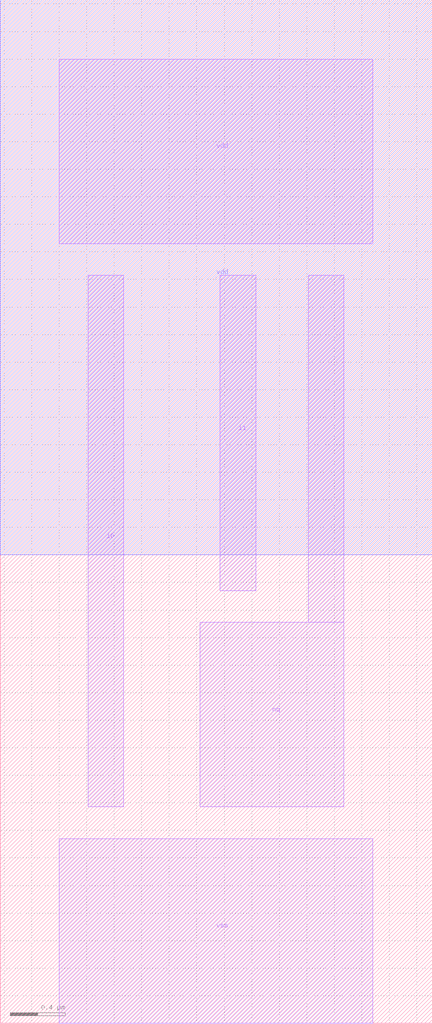
<source format=lef>
VERSION 5.7 ;
  NOWIREEXTENSIONATPIN ON ;
  DIVIDERCHAR "/" ;
  BUSBITCHARS "[]" ;
MACRO nor2_x1
  CLASS BLOCK ;
  FOREIGN nor2_x1 ;
  ORIGIN 0.430 0.000 ;
  SIZE 3.140 BY 7.430 ;
  PIN vss
    ANTENNADIFFAREA 2.370000 ;
    PORT
      LAYER Metal1 ;
        RECT 0.000 0.000 2.280 1.340 ;
    END
  END vss
  PIN vdd
    ANTENNADIFFAREA 1.633000 ;
    PORT
      LAYER Nwell ;
        RECT -0.430 3.400 2.710 7.430 ;
      LAYER Metal1 ;
        RECT 0.000 5.660 2.280 7.000 ;
    END
  END vdd
  PIN nq
    ANTENNADIFFAREA 1.888000 ;
    PORT
      LAYER Metal1 ;
        RECT 1.810 2.910 2.070 5.430 ;
        RECT 1.025 1.570 2.070 2.910 ;
    END
  END nq
  PIN i0
    ANTENNAGATEAREA 1.106000 ;
    PORT
      LAYER Metal1 ;
        RECT 0.210 1.570 0.470 5.430 ;
    END
  END i0
  PIN i1
    ANTENNAGATEAREA 1.106000 ;
    PORT
      LAYER Metal1 ;
        RECT 1.170 3.140 1.430 5.430 ;
    END
  END i1
END nor2_x1
END LIBRARY


</source>
